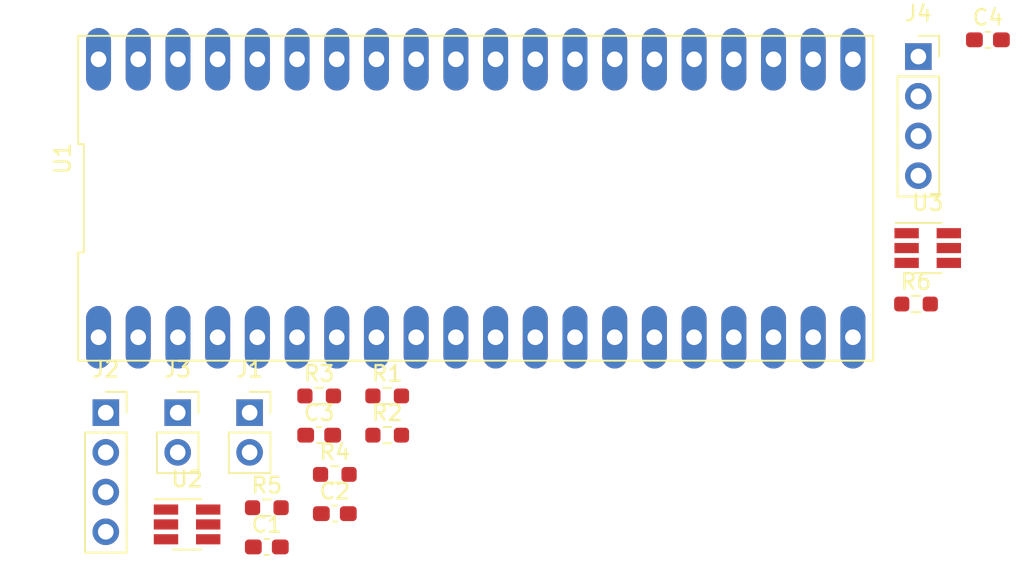
<source format=kicad_pcb>
(kicad_pcb (version 20211014) (generator pcbnew)
  (layers (0 "F.Cu" signal) (31 "B.Cu" signal) (34 "B.Paste" user) (35 "F.Paste" user) (36 "B.SilkS" user "B.Silkscreen") (37 "F.SilkS" user "F.Silkscreen") (38 "B.Mask" user) (39 "F.Mask" user) (44 "Edge.Cuts" user))
  (net 0 "")
  (net 1 "VBUS")
  (net 2 "GND")
  (net 3 "Net-(C2-Pad1)")
  (net 4 "Net-(C4-Pad1)")
  (net 5 "EN1")
  (net 6 "FLT1")
  (net 7 "EN2")
  (net 8 "FLT2")
  (net 9 "Net-(R2-Pad1)")
  (net 10 "Net-(R5-Pad1)")
  (footprint "Resistor_SMD:R_0603_1608Metric_Pad0.98x0.95mm_HandSolder" (layer "F.Cu") (at 44.75 48.16)
    (fp_text reference "R4" (at 0 -1.43) (layer "F.SilkS"))
    (fp_text value "10k")
    (fp_line (start -0.254724 0.5225) (end 0.254724 0.5225) (layer "F.SilkS") (width 0.12))
    (fp_line (start -0.254724 -0.5225) (end 0.254724 -0.5225) (layer "F.SilkS") (width 0.12))
    (pad "1" smd roundrect (at -0.9125 0) (size 0.975 0.95) (layers "F.Cu" "F.Paste" "F.Mask") (net 1 "VBUS"))
    (pad "2" smd roundrect (at 0.9125 0) (size 0.975 0.95) (layers "F.Cu" "F.Paste" "F.Mask") (net 7 "EN2"))
  )
  (footprint "Capacitor_SMD:C_0603_1608Metric_Pad1.08x0.95mm_HandSolder" (layer "F.Cu") (at 43.75 45.65)
    (fp_text reference "C3" (at 0 -1.43) (layer "F.SilkS"))
    (fp_text value "0.1")
    (fp_line (start -0.146267 -0.51) (end 0.146267 -0.51) (layer "F.SilkS") (width 0.12))
    (fp_line (start -0.146267 0.51) (end 0.146267 0.51) (layer "F.SilkS") (width 0.12))
    (pad "1" smd roundrect (at -0.8625 0) (size 1.075 0.95) (layers "F.Cu" "F.Paste" "F.Mask") (net 1 "VBUS"))
    (pad "2" smd roundrect (at 0.8625 0) (size 1.075 0.95) (layers "F.Cu" "F.Paste" "F.Mask") (net 2 "GND"))
  )
  (footprint "Package_TO_SOT_SMD:SOT-23-6_Handsoldering" (layer "F.Cu") (at 82.68 33.68)
    (fp_text reference "U3" (at 0 -2.9) (layer "F.SilkS"))
    (fp_text value "TPS2553")
    (fp_line (start 0.9 -1.61) (end -2.05 -1.61) (layer "F.SilkS") (width 0.12))
    (fp_line (start -0.9 1.61) (end 0.9 1.61) (layer "F.SilkS") (width 0.12))
    (pad "1" smd rect (at -1.35 -0.95) (size 1.56 0.65) (layers "F.Cu" "F.Paste" "F.Mask"))
    (pad "2" smd rect (at -1.35 0) (size 1.56 0.65) (layers "F.Cu" "F.Paste" "F.Mask"))
    (pad "3" smd rect (at -1.35 0.95) (size 1.56 0.65) (layers "F.Cu" "F.Paste" "F.Mask"))
    (pad "4" smd rect (at 1.35 0.95) (size 1.56 0.65) (layers "F.Cu" "F.Paste" "F.Mask"))
    (pad "5" smd rect (at 1.35 0) (size 1.56 0.65) (layers "F.Cu" "F.Paste" "F.Mask"))
    (pad "6" smd rect (at 1.35 -0.95) (size 1.56 0.65) (layers "F.Cu" "F.Paste" "F.Mask"))
  )
  (footprint "Capacitor_SMD:C_0603_1608Metric_Pad1.08x0.95mm_HandSolder" (layer "F.Cu") (at 44.75 50.67)
    (fp_text reference "C2" (at 0 -1.43) (layer "F.SilkS"))
    (fp_text value "2.2")
    (fp_line (start -0.146267 -0.51) (end 0.146267 -0.51) (layer "F.SilkS") (width 0.12))
    (fp_line (start -0.146267 0.51) (end 0.146267 0.51) (layer "F.SilkS") (width 0.12))
    (pad "1" smd roundrect (at -0.8625 0) (size 1.075 0.95) (layers "F.Cu" "F.Paste" "F.Mask") (net 3 "Net-(C2-Pad1)"))
    (pad "2" smd roundrect (at 0.8625 0) (size 1.075 0.95) (layers "F.Cu" "F.Paste" "F.Mask") (net 2 "GND"))
  )
  (footprint "Connector_PinSocket_2.54mm:PinSocket_1x04_P2.54mm_Vertical" (layer "F.Cu") (at 82.08 21.43)
    (fp_text reference "J4" (at 0 -2.77) (layer "F.SilkS"))
    (fp_text value "Conn_01x04_Male")
    (fp_line (start 1.33 -1.33) (end 1.33 0) (layer "F.SilkS") (width 0.12))
    (fp_line (start 1.33 1.27) (end 1.33 8.95) (layer "F.SilkS") (width 0.12))
    (fp_line (start -1.33 1.27) (end -1.33 8.95) (layer "F.SilkS") (width 0.12))
    (fp_line (start -1.33 1.27) (end 1.33 1.27) (layer "F.SilkS") (width 0.12))
    (fp_line (start -1.33 8.95) (end 1.33 8.95) (layer "F.SilkS") (width 0.12))
    (fp_line (start 0 -1.33) (end 1.33 -1.33) (layer "F.SilkS") (width 0.12))
    (pad "1" thru_hole rect (at 0 0) (size 1.7 1.7) (drill 1) (layers *.Cu *.Mask) (net 1 "VBUS"))
    (pad "2" thru_hole oval (at 0 2.54) (size 1.7 1.7) (drill 1) (layers *.Cu *.Mask) (net 7 "EN2"))
    (pad "3" thru_hole oval (at 0 5.08) (size 1.7 1.7) (drill 1) (layers *.Cu *.Mask) (net 2 "GND"))
    (pad "4" thru_hole oval (at 0 7.62) (size 1.7 1.7) (drill 1) (layers *.Cu *.Mask) (net 8 "FLT2"))
  )
  (footprint "Resistor_SMD:R_0603_1608Metric_Pad0.98x0.95mm_HandSolder" (layer "F.Cu") (at 48.1 45.65)
    (fp_text reference "R2" (at 0 -1.43) (layer "F.SilkS"))
    (fp_text value "R")
    (fp_line (start -0.254724 -0.5225) (end 0.254724 -0.5225) (layer "F.SilkS") (width 0.12))
    (fp_line (start -0.254724 0.5225) (end 0.254724 0.5225) (layer "F.SilkS") (width 0.12))
    (pad "1" smd roundrect (at -0.9125 0) (size 0.975 0.95) (layers "F.Cu" "F.Paste" "F.Mask") (net 9 "Net-(R2-Pad1)"))
    (pad "2" smd roundrect (at 0.9125 0) (size 0.975 0.95) (layers "F.Cu" "F.Paste" "F.Mask") (net 2 "GND"))
  )
  (footprint "Shield_Emergent:Raspberry Pi Pico" (layer "F.Cu") (at 53.765 30.495)
    (fp_text reference "U1" (at -26.43 -2.54 90) (layer "F.SilkS"))
    (fp_text value "Raspberri_Pi_Pico")
    (fp_line (start 25.43 -10.389999) (end -25.43 -10.39) (layer "F.SilkS") (width 0.12))
    (fp_line (start -25.07 3.463333) (end -25.43 3.463333) (layer "F.SilkS") (width 0.12))
    (fp_line (start -25.43 -10.39) (end -25.43 -3.463333) (layer "F.SilkS") (width 0.12))
    (fp_line (start -25.07 -3.463333) (end -25.07 3.463333) (layer "F.SilkS") (width 0.12))
    (fp_line (start -25.43 -3.463333) (end -25.07 -3.463333) (layer "F.SilkS") (width 0.12))
    (fp_line (start -25.43 3.463333) (end -25.43 10.389999) (layer "F.SilkS") (width 0.12))
    (fp_line (start 25.43 10.39) (end 25.43 -10.389999) (layer "F.SilkS") (width 0.12))
    (fp_line (start -25.43 10.389999) (end 25.43 10.39) (layer "F.SilkS") (width 0.12))
    (pad "1" thru_hole oval (at -24.13 8.89) (size 1.6 4) (drill 1) (layers *.Cu *.Mask))
    (pad "2" thru_hole oval (at -21.59 8.89) (size 1.6 4) (drill 1) (layers *.Cu *.Mask))
    (pad "3" thru_hole oval (at -19.05 8.89) (size 1.6 4) (drill 1) (layers *.Cu *.Mask) (net 2 "GND"))
    (pad "4" thru_hole oval (at -16.51 8.89) (size 1.6 4) (drill 1) (layers *.Cu *.Mask))
    (pad "5" thru_hole oval (at -13.97 8.89) (size 1.6 4) (drill 1) (layers *.Cu *.Mask))
    (pad "6" thru_hole oval (at -11.43 8.89) (size 1.6 4) (drill 1) (layers *.Cu *.Mask))
    (pad "7" thru_hole oval (at -8.89 8.89) (size 1.6 4) (drill 1) (layers *.Cu *.Mask))
    (pad "8" thru_hole oval (at -6.35 8.89) (size 1.6 4) (drill 1) (layers *.Cu *.Mask) (net 2 "GND"))
    (pad "9" thru_hole oval (at -3.81 8.89) (size 1.6 4) (drill 1) (layers *.Cu *.Mask))
    (pad "10" thru_hole oval (at -1.27 8.89) (size 1.6 4) (drill 1) (layers *.Cu *.Mask))
    (pad "11" thru_hole oval (at 1.27 8.89) (size 1.6 4) (drill 1) (layers *.Cu *.Mask))
    (pad "12" thru_hole oval (at 3.81 8.89) (size 1.6 4) (drill 1) (layers *.Cu *.Mask))
    (pad "13" thru_hole oval (at 6.35 8.89) (size 1.6 4) (drill 1) (layers *.Cu *.Mask) (net 2 "GND"))
    (pad "14" thru_hole oval (at 8.89 8.89) (size 1.6 4) (drill 1) (layers *.Cu *.Mask))
    (pad "15" thru_hole oval (at 11.43 8.89) (size 1.6 4) (drill 1) (layers *.Cu *.Mask))
    (pad "16" thru_hole oval (at 13.97 8.89) (size 1.6 4) (drill 1) (layers *.Cu *.Mask))
    (pad "17" thru_hole oval (at 16.51 8.89) (size 1.6 4) (drill 1) (layers *.Cu *.Mask))
    (pad "18" thru_hole oval (at 19.05 8.89) (size 1.6 4) (drill 1) (layers *.Cu *.Mask) (net 2 "GND"))
    (pad "19" thru_hole oval (at 21.59 8.89) (size 1.6 4) (drill 1) (layers *.Cu *.Mask))
    (pad "20" thru_hole oval (at 24.13 8.89) (size 1.6 4) (drill 1) (layers *.Cu *.Mask))
    (pad "21" thru_hole oval (at 24.13 -8.89) (size 1.6 4) (drill 1) (layers *.Cu *.Mask))
    (pad "22" thru_hole oval (at 21.59 -8.89) (size 1.6 4) (drill 1) (layers *.Cu *.Mask))
    (pad "23" thru_hole oval (at 19.05 -8.89) (size 1.6 4) (drill 1) (layers *.Cu *.Mask) (net 2 "GND"))
    (pad "24" thru_hole oval (at 16.51 -8.89) (size 1.6 4) (drill 1) (layers *.Cu *.Mask))
    (pad "25" thru_hole oval (at 13.97 -8.89) (size 1.6 4) (drill 1) (layers *.Cu *.Mask))
    (pad "26" thru_hole oval (at 11.43 -8.89) (size 1.6 4) (drill 1) (layers *.Cu *.Mask))
    (pad "27" thru_hole oval (at 8.89 -8.89) (size 1.6 4) (drill 1) (layers *.Cu *.Mask))
    (pad "28" thru_hole oval (at 6.35 -8.89) (size 1.6 4) (drill 1) (layers *.Cu *.Mask) (net 2 "GND"))
    (pad "29" thru_hole oval (at 3.81 -8.89) (size 1.6 4) (drill 1) (layers *.Cu *.Mask))
    (pad "30" thru_hole oval (at 1.27 -8.89) (size 1.6 4) (drill 1) (layers *.Cu *.Mask))
    (pad "31" thru_hole oval (at -1.27 -8.89) (size 1.6 4) (drill 1) (layers *.Cu *.Mask))
    (pad "32" thru_hole oval (at -3.81 -8.89) (size 1.6 4) (drill 1) (layers *.Cu *.Mask))
    (pad "33" thru_hole oval (at -6.35 -8.89) (size 1.6 4) (drill 1) (layers *.Cu *.Mask) (net 2 "GND"))
    (pad "34" thru_hole oval (at -8.89 -8.89) (size 1.6 4) (drill 1) (layers *.Cu *.Mask))
    (pad "35" thru_hole oval (at -11.43 -8.89) (size 1.6 4) (drill 1) (layers *.Cu *.Mask))
    (pad "36" thru_hole oval (at -13.97 -8.89) (size 1.6 4) (drill 1) (layers *.Cu *.Mask))
    (pad "37" thru_hole oval (at -16.51 -8.89) (size 1.6 4) (drill 1) (layers *.Cu *.Mask))
    (pad "38" thru_hole oval (at -19.05 -8.89) (size 1.6 4) (drill 1) (layers *.Cu *.Mask) (net 2 "GND"))
    (pad "39" thru_hole oval (at -21.59 -8.89) (size 1.6 4) (drill 1) (layers *.Cu *.Mask) (net 1 "VBUS"))
    (pad "40" thru_hole oval (at -24.13 -8.89) (size 1.6 4) (drill 1) (layers *.Cu *.Mask))
  )
  (footprint "Connector_PinSocket_2.54mm:PinSocket_1x04_P2.54mm_Vertical" (layer "F.Cu") (at 30.1 44.21)
    (fp_text reference "J2" (at 0 -2.77) (layer "F.SilkS"))
    (fp_text value "Conn_01x04_Male")
    (fp_line (start -1.33 1.27) (end -1.33 8.95) (layer "F.SilkS") (width 0.12))
    (fp_line (start -1.33 8.95) (end 1.33 8.95) (layer "F.SilkS") (width 0.12))
    (fp_line (start 1.33 -1.33) (end 1.33 0) (layer "F.SilkS") (width 0.12))
    (fp_line (start -1.33 1.27) (end 1.33 1.27) (layer "F.SilkS") (width 0.12))
    (fp_line (start 0 -1.33) (end 1.33 -1.33) (layer "F.SilkS") (width 0.12))
    (fp_line (start 1.33 1.27) (end 1.33 8.95) (layer "F.SilkS") (width 0.12))
    (pad "1" thru_hole rect (at 0 0) (size 1.7 1.7) (drill 1) (layers *.Cu *.Mask) (net 1 "VBUS"))
    (pad "2" thru_hole oval (at 0 2.54) (size 1.7 1.7) (drill 1) (layers *.Cu *.Mask) (net 5 "EN1"))
    (pad "3" thru_hole oval (at 0 5.08) (size 1.7 1.7) (drill 1) (layers *.Cu *.Mask) (net 2 "GND"))
    (pad "4" thru_hole oval (at 0 7.62) (size 1.7 1.7) (drill 1) (layers *.Cu *.Mask) (net 6 "FLT1"))
  )
  (footprint "Connector_PinSocket_2.54mm:PinSocket_1x02_P2.54mm_Vertical" (layer "F.Cu") (at 34.7 44.21)
    (fp_text reference "J3" (at 0 -2.77) (layer "F.SilkS"))
    (fp_text value "Conn_01x02_Female")
    (fp_line (start 1.33 -1.33) (end 1.33 0) (layer "F.SilkS") (width 0.12))
    (fp_line (start 0 -1.33) (end 1.33 -1.33) (layer "F.SilkS") (width 0.12))
    (fp_line (start 1.33 1.27) (end 1.33 3.87) (layer "F.SilkS") (width 0.12))
    (fp_line (start -1.33 3.87) (end 1.33 3.87) (layer "F.SilkS") (width 0.12))
    (fp_line (start -1.33 1.27) (end 1.33 1.27) (layer "F.SilkS") (width 0.12))
    (fp_line (start -1.33 1.27) (end -1.33 3.87) (layer "F.SilkS") (width 0.12))
    (pad "1" thru_hole rect (at 0 0) (size 1.7 1.7) (drill 1) (layers *.Cu *.Mask) (net 4 "Net-(C4-Pad1)"))
    (pad "2" thru_hole oval (at 0 2.54) (size 1.7 1.7) (drill 1) (layers *.Cu *.Mask) (net 2 "GND"))
  )
  (footprint "Resistor_SMD:R_0603_1608Metric_Pad0.98x0.95mm_HandSolder" (layer "F.Cu") (at 48.1 43.14)
    (fp_text reference "R1" (at 0 -1.43) (layer "F.SilkS"))
    (fp_text value "10k")
    (fp_line (start -0.254724 0.5225) (end 0.254724 0.5225) (layer "F.SilkS") (width 0.12))
    (fp_line (start -0.254724 -0.5225) (end 0.254724 -0.5225) (layer "F.SilkS") (width 0.12))
    (pad "1" smd roundrect (at -0.9125 0) (size 0.975 0.95) (layers "F.Cu" "F.Paste" "F.Mask") (net 1 "VBUS"))
    (pad "2" smd roundrect (at 0.9125 0) (size 0.975 0.95) (layers "F.Cu" "F.Paste" "F.Mask") (net 5 "EN1"))
  )
  (footprint "Resistor_SMD:R_0603_1608Metric_Pad0.98x0.95mm_HandSolder" (layer "F.Cu") (at 43.75 43.14)
    (fp_text reference "R3" (at 0 -1.43) (layer "F.SilkS"))
    (fp_text value "10k")
    (fp_line (start -0.254724 0.5225) (end 0.254724 0.5225) (layer "F.SilkS") (width 0.12))
    (fp_line (start -0.254724 -0.5225) (end 0.254724 -0.5225) (layer "F.SilkS") (width 0.12))
    (pad "1" smd roundrect (at -0.9125 0) (size 0.975 0.95) (layers "F.Cu" "F.Paste" "F.Mask") (net 6 "FLT1"))
    (pad "2" smd roundrect (at 0.9125 0) (size 0.975 0.95) (layers "F.Cu" "F.Paste" "F.Mask") (net 1 "VBUS"))
  )
  (footprint "Capacitor_SMD:C_0603_1608Metric_Pad1.08x0.95mm_HandSolder" (layer "F.Cu") (at 86.53 20.36)
    (fp_text reference "C4" (at 0 -1.43) (layer "F.SilkS"))
    (fp_text value "2.2")
    (fp_line (start -0.146267 0.51) (end 0.146267 0.51) (layer "F.SilkS") (width 0.12))
    (fp_line (start -0.146267 -0.51) (end 0.146267 -0.51) (layer "F.SilkS") (width 0.12))
    (pad "1" smd roundrect (at -0.8625 0) (size 1.075 0.95) (layers "F.Cu" "F.Paste" "F.Mask") (net 4 "Net-(C4-Pad1)"))
    (pad "2" smd roundrect (at 0.8625 0) (size 1.075 0.95) (layers "F.Cu" "F.Paste" "F.Mask") (net 2 "GND"))
  )
  (footprint "Package_TO_SOT_SMD:SOT-23-6_Handsoldering" (layer "F.Cu") (at 35.3 51.36)
    (fp_text reference "U2" (at 0 -2.9) (layer "F.SilkS"))
    (fp_text value "TPS2553")
    (fp_line (start -0.9 1.61) (end 0.9 1.61) (layer "F.SilkS") (width 0.12))
    (fp_line (start 0.9 -1.61) (end -2.05 -1.61) (layer "F.SilkS") (width 0.12))
    (pad "1" smd rect (at -1.35 -0.95) (size 1.56 0.65) (layers "F.Cu" "F.Paste" "F.Mask"))
    (pad "2" smd rect (at -1.35 0) (size 1.56 0.65) (layers "F.Cu" "F.Paste" "F.Mask"))
    (pad "3" smd rect (at -1.35 0.95) (size 1.56 0.65) (layers "F.Cu" "F.Paste" "F.Mask"))
    (pad "4" smd rect (at 1.35 0.95) (size 1.56 0.65) (layers "F.Cu" "F.Paste" "F.Mask"))
    (pad "5" smd rect (at 1.35 0) (size 1.56 0.65) (layers "F.Cu" "F.Paste" "F.Mask"))
    (pad "6" smd rect (at 1.35 -0.95) (size 1.56 0.65) (layers "F.Cu" "F.Paste" "F.Mask"))
  )
  (footprint "Capacitor_SMD:C_0603_1608Metric_Pad1.08x0.95mm_HandSolder" (layer "F.Cu") (at 40.4 52.8)
    (fp_text reference "C1" (at 0 -1.43) (layer "F.SilkS"))
    (fp_text value "0.1")
    (fp_line (start -0.146267 -0.51) (end 0.146267 -0.51) (layer "F.SilkS") (width 0.12))
    (fp_line (start -0.146267 0.51) (end 0.146267 0.51) (layer "F.SilkS") (width 0.12))
    (pad "1" smd roundrect (at -0.8625 0) (size 1.075 0.95) (layers "F.Cu" "F.Paste" "F.Mask") (net 1 "VBUS"))
    (pad "2" smd roundrect (at 0.8625 0) (size 1.075 0.95) (layers "F.Cu" "F.Paste" "F.Mask") (net 2 "GND"))
  )
  (footprint "Resistor_SMD:R_0603_1608Metric_Pad0.98x0.95mm_HandSolder" (layer "F.Cu") (at 81.93 37.26)
    (fp_text reference "R6" (at 0 -1.43) (layer "F.SilkS"))
    (fp_text value "10k")
    (fp_line (start -0.254724 -0.5225) (end 0.254724 -0.5225) (layer "F.SilkS") (width 0.12))
    (fp_line (start -0.254724 0.5225) (end 0.254724 0.5225) (layer "F.SilkS") (width 0.12))
    (pad "1" smd roundrect (at -0.9125 0) (size 0.975 0.95) (layers "F.Cu" "F.Paste" "F.Mask") (net 8 "FLT2"))
    (pad "2" smd roundrect (at 0.9125 0) (size 0.975 0.95) (layers "F.Cu" "F.Paste" "F.Mask") (net 1 "VBUS"))
  )
  (footprint "Resistor_SMD:R_0603_1608Metric_Pad0.98x0.95mm_HandSolder" (layer "F.Cu") (at 40.4 50.29)
    (fp_text reference "R5" (at 0 -1.43) (layer "F.SilkS"))
    (fp_text value "R")
    (fp_line (start -0.254724 -0.5225) (end 0.254724 -0.5225) (layer "F.SilkS") (width 0.12))
    (fp_line (start -0.254724 0.5225) (end 0.254724 0.5225) (layer "F.SilkS") (width 0.12))
    (pad "1" smd roundrect (at -0.9125 0) (size 0.975 0.95) (layers "F.Cu" "F.Paste" "F.Mask") (net 10 "Net-(R5-Pad1)"))
    (pad "2" smd roundrect (at 0.9125 0) (size 0.975 0.95) (layers "F.Cu" "F.Paste" "F.Mask") (net 2 "GND"))
  )
  (footprint "Connector_PinSocket_2.54mm:PinSocket_1x02_P2.54mm_Vertical" (layer "F.Cu") (at 39.3 44.21)
    (fp_text reference "J1" (at 0 -2.77) (layer "F.SilkS"))
    (fp_text value "Conn_01x02_Female")
    (fp_line (start 0 -1.33) (end 1.33 -1.33) (layer "F.SilkS") (width 0.12))
    (fp_line (start 1.33 -1.33) (end 1.33 0) (layer "F.SilkS") (width 0.12))
    (fp_line (start -1.33 1.27) (end 1.33 1.27) (layer "F.SilkS") (width 0.12))
    (fp_line (start -1.33 3.87) (end 1.33 3.87) (layer "F.SilkS") (width 0.12))
    (fp_line (start -1.33 1.27) (end -1.33 3.87) (layer "F.SilkS") (width 0.12))
    (fp_line (start 1.33 1.27) (end 1.33 3.87) (layer "F.SilkS") (width 0.12))
    (pad "1" thru_hole rect (at 0 0) (size 1.7 1.7) (drill 1) (layers *.Cu *.Mask) (net 3 "Net-(C2-Pad1)"))
    (pad "2" thru_hole oval (at 0 2.54) (size 1.7 1.7) (drill 1) (layers *.Cu *.Mask) (net 2 "GND"))
  )
)
</source>
